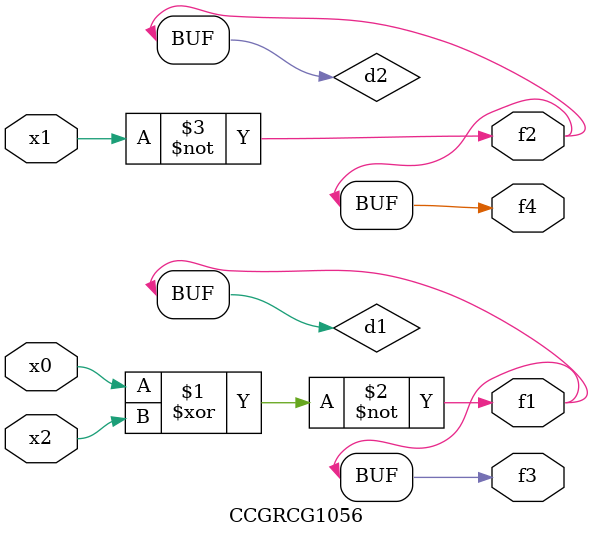
<source format=v>
module CCGRCG1056(
	input x0, x1, x2,
	output f1, f2, f3, f4
);

	wire d1, d2, d3;

	xnor (d1, x0, x2);
	nand (d2, x1);
	nor (d3, x1, x2);
	assign f1 = d1;
	assign f2 = d2;
	assign f3 = d1;
	assign f4 = d2;
endmodule

</source>
